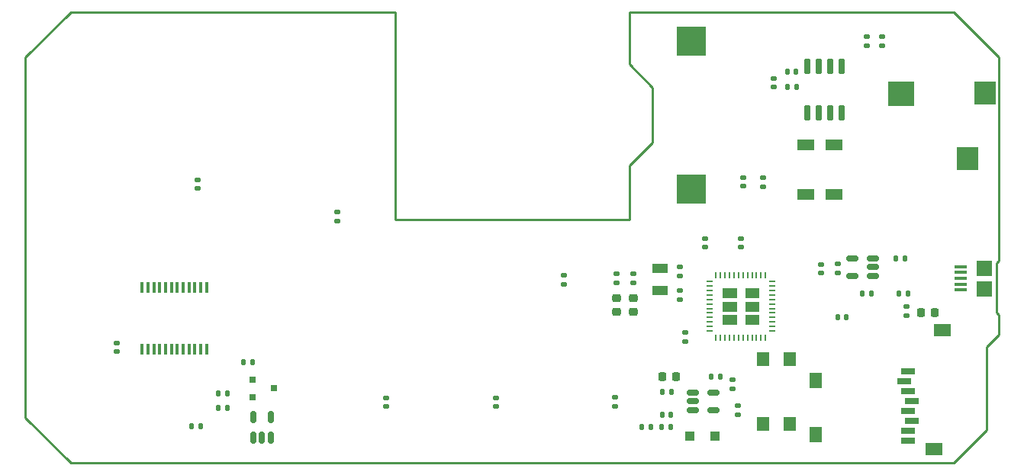
<source format=gbr>
%TF.GenerationSoftware,KiCad,Pcbnew,9.0.0*%
%TF.CreationDate,2025-04-22T12:37:31+01:00*%
%TF.ProjectId,FED3_v7.3,46454433-5f76-4372-9e33-2e6b69636164,rev?*%
%TF.SameCoordinates,Original*%
%TF.FileFunction,Paste,Top*%
%TF.FilePolarity,Positive*%
%FSLAX46Y46*%
G04 Gerber Fmt 4.6, Leading zero omitted, Abs format (unit mm)*
G04 Created by KiCad (PCBNEW 9.0.0) date 2025-04-22 12:37:31*
%MOMM*%
%LPD*%
G01*
G04 APERTURE LIST*
G04 Aperture macros list*
%AMRoundRect*
0 Rectangle with rounded corners*
0 $1 Rounding radius*
0 $2 $3 $4 $5 $6 $7 $8 $9 X,Y pos of 4 corners*
0 Add a 4 corners polygon primitive as box body*
4,1,4,$2,$3,$4,$5,$6,$7,$8,$9,$2,$3,0*
0 Add four circle primitives for the rounded corners*
1,1,$1+$1,$2,$3*
1,1,$1+$1,$4,$5*
1,1,$1+$1,$6,$7*
1,1,$1+$1,$8,$9*
0 Add four rect primitives between the rounded corners*
20,1,$1+$1,$2,$3,$4,$5,0*
20,1,$1+$1,$4,$5,$6,$7,0*
20,1,$1+$1,$6,$7,$8,$9,0*
20,1,$1+$1,$8,$9,$2,$3,0*%
G04 Aperture macros list end*
%ADD10C,0.100000*%
%ADD11R,1.400000X1.600000*%
%ADD12RoundRect,0.135000X-0.135000X-0.185000X0.135000X-0.185000X0.135000X0.185000X-0.135000X0.185000X0*%
%ADD13RoundRect,0.140000X-0.170000X0.140000X-0.170000X-0.140000X0.170000X-0.140000X0.170000X0.140000X0*%
%ADD14RoundRect,0.140000X0.170000X-0.140000X0.170000X0.140000X-0.170000X0.140000X-0.170000X-0.140000X0*%
%ADD15R,1.800000X1.000000*%
%ADD16RoundRect,0.135000X0.135000X0.185000X-0.135000X0.185000X-0.135000X-0.185000X0.135000X-0.185000X0*%
%ADD17RoundRect,0.140000X0.140000X0.170000X-0.140000X0.170000X-0.140000X-0.170000X0.140000X-0.170000X0*%
%ADD18R,3.200000X3.200000*%
%ADD19RoundRect,0.218750X0.218750X0.256250X-0.218750X0.256250X-0.218750X-0.256250X0.218750X-0.256250X0*%
%ADD20RoundRect,0.218750X-0.256250X0.218750X-0.256250X-0.218750X0.256250X-0.218750X0.256250X0.218750X0*%
%ADD21RoundRect,0.135000X0.185000X-0.135000X0.185000X0.135000X-0.185000X0.135000X-0.185000X-0.135000X0*%
%ADD22R,0.800000X0.700000*%
%ADD23R,0.400000X1.200000*%
%ADD24RoundRect,0.150000X-0.512500X-0.150000X0.512500X-0.150000X0.512500X0.150000X-0.512500X0.150000X0*%
%ADD25R,1.900000X1.300000*%
%ADD26RoundRect,0.150000X0.150000X-0.512500X0.150000X0.512500X-0.150000X0.512500X-0.150000X-0.512500X0*%
%ADD27R,1.500000X0.700000*%
%ADD28R,1.400000X1.800000*%
%ADD29R,1.900000X1.400000*%
%ADD30RoundRect,0.150000X0.150000X-0.725000X0.150000X0.725000X-0.150000X0.725000X-0.150000X-0.725000X0*%
%ADD31R,0.750000X0.250000*%
%ADD32R,0.250000X0.750000*%
%ADD33RoundRect,0.135000X-0.185000X0.135000X-0.185000X-0.135000X0.185000X-0.135000X0.185000X0.135000X0*%
%ADD34RoundRect,0.140000X-0.140000X-0.170000X0.140000X-0.170000X0.140000X0.170000X-0.140000X0.170000X0*%
%ADD35R,1.350000X0.400000*%
%ADD36R,1.800000X1.800000*%
%ADD37RoundRect,0.250000X0.300000X0.300000X-0.300000X0.300000X-0.300000X-0.300000X0.300000X-0.300000X0*%
%ADD38R,2.400000X2.550000*%
%ADD39R,2.900000X2.750000*%
%ADD40RoundRect,0.150000X0.512500X0.150000X-0.512500X0.150000X-0.512500X-0.150000X0.512500X-0.150000X0*%
%ADD41RoundRect,0.218750X-0.218750X-0.256250X0.218750X-0.256250X0.218750X0.256250X-0.218750X0.256250X0*%
%TA.AperFunction,Profile*%
%ADD42C,0.250000*%
%TD*%
G04 APERTURE END LIST*
D10*
%TO.C,U1*%
X173365000Y-111640000D02*
X171865000Y-111640000D01*
X171865000Y-110640000D01*
X173365000Y-110640000D01*
X173365000Y-111640000D01*
G36*
X173365000Y-111640000D02*
G01*
X171865000Y-111640000D01*
X171865000Y-110640000D01*
X173365000Y-110640000D01*
X173365000Y-111640000D01*
G37*
X173365000Y-113140000D02*
X171865000Y-113140000D01*
X171865000Y-112140000D01*
X173365000Y-112140000D01*
X173365000Y-113140000D01*
G36*
X173365000Y-113140000D02*
G01*
X171865000Y-113140000D01*
X171865000Y-112140000D01*
X173365000Y-112140000D01*
X173365000Y-113140000D01*
G37*
X173365000Y-114640000D02*
X171865000Y-114640000D01*
X171865000Y-113640000D01*
X173365000Y-113640000D01*
X173365000Y-114640000D01*
G36*
X173365000Y-114640000D02*
G01*
X171865000Y-114640000D01*
X171865000Y-113640000D01*
X173365000Y-113640000D01*
X173365000Y-114640000D01*
G37*
X175865000Y-111640000D02*
X174365000Y-111640000D01*
X174365000Y-110640000D01*
X175865000Y-110640000D01*
X175865000Y-111640000D01*
G36*
X175865000Y-111640000D02*
G01*
X174365000Y-111640000D01*
X174365000Y-110640000D01*
X175865000Y-110640000D01*
X175865000Y-111640000D01*
G37*
X175865000Y-113140000D02*
X174365000Y-113140000D01*
X174365000Y-112140000D01*
X175865000Y-112140000D01*
X175865000Y-113140000D01*
G36*
X175865000Y-113140000D02*
G01*
X174365000Y-113140000D01*
X174365000Y-112140000D01*
X175865000Y-112140000D01*
X175865000Y-113140000D01*
G37*
X175865000Y-114640000D02*
X174365000Y-114640000D01*
X174365000Y-113640000D01*
X175865000Y-113640000D01*
X175865000Y-114640000D01*
G36*
X175865000Y-114640000D02*
G01*
X174365000Y-114640000D01*
X174365000Y-113640000D01*
X175865000Y-113640000D01*
X175865000Y-114640000D01*
G37*
%TD*%
D11*
%TO.C,SW2*%
X179300000Y-118525000D03*
X179300000Y-125725000D03*
X176300000Y-118525000D03*
X176300000Y-125725000D03*
%TD*%
D12*
%TO.C,R16*%
X165065168Y-126050000D03*
X166085168Y-126050000D03*
%TD*%
D13*
%TO.C,C18*%
X167125000Y-110910000D03*
X167125000Y-111870000D03*
%TD*%
D14*
%TO.C,C17*%
X167115000Y-109255000D03*
X167115000Y-108295000D03*
%TD*%
D12*
%TO.C,R10*%
X165140000Y-122150000D03*
X166160000Y-122150000D03*
%TD*%
D15*
%TO.C,X2*%
X164885000Y-108435000D03*
X164885000Y-110935000D03*
%TD*%
D12*
%TO.C,R6*%
X179010000Y-88300000D03*
X180030000Y-88300000D03*
%TD*%
D16*
%TO.C,R14*%
X171610000Y-120450000D03*
X170590000Y-120450000D03*
%TD*%
D14*
%TO.C,C10*%
X174155500Y-99292400D03*
X174155500Y-98332400D03*
%TD*%
D16*
%TO.C,R17*%
X163887668Y-126050000D03*
X162867668Y-126050000D03*
%TD*%
D17*
%TO.C,C1*%
X179980000Y-86600000D03*
X179020000Y-86600000D03*
%TD*%
D18*
%TO.C,B1*%
X168415100Y-83170200D03*
X168415100Y-99621000D03*
%TD*%
D19*
%TO.C,L2*%
X195422500Y-113360000D03*
X193847500Y-113360000D03*
%TD*%
D16*
%TO.C,R18*%
X192385000Y-111200000D03*
X191365000Y-111200000D03*
%TD*%
D20*
%TO.C,L1*%
X161940000Y-111732500D03*
X161940000Y-113307500D03*
%TD*%
D21*
%TO.C,R5*%
X189530000Y-83760000D03*
X189530000Y-82740000D03*
%TD*%
D14*
%TO.C,C8*%
X134500000Y-123780000D03*
X134500000Y-122820000D03*
%TD*%
D22*
%TO.C,Q2*%
X119700000Y-120812500D03*
X119700000Y-122712500D03*
X122100000Y-121762500D03*
%TD*%
D14*
%TO.C,C6*%
X159950000Y-123730000D03*
X159950000Y-122770000D03*
%TD*%
D13*
%TO.C,C3*%
X104600000Y-116720000D03*
X104600000Y-117680000D03*
%TD*%
D21*
%TO.C,R12*%
X167670000Y-116535000D03*
X167670000Y-115515000D03*
%TD*%
D23*
%TO.C,IC2*%
X114586100Y-110581600D03*
X113936100Y-110581600D03*
X113286100Y-110581600D03*
X112636100Y-110581600D03*
X111986100Y-110581600D03*
X111336100Y-110581600D03*
X110686100Y-110581600D03*
X110036100Y-110581600D03*
X109386100Y-110581600D03*
X108736100Y-110581600D03*
X108086100Y-110581600D03*
X107436100Y-110581600D03*
X107436100Y-117421600D03*
X108086100Y-117421600D03*
X108736100Y-117421600D03*
X109386100Y-117421600D03*
X110036100Y-117421600D03*
X110686100Y-117421600D03*
X111336100Y-117421600D03*
X111986100Y-117421600D03*
X112636100Y-117421600D03*
X113286100Y-117421600D03*
X113936100Y-117421600D03*
X114586100Y-117421600D03*
%TD*%
D24*
%TO.C,U3*%
X168525168Y-122257836D03*
X168525168Y-123207836D03*
X168525168Y-124157836D03*
X170800168Y-124157836D03*
X170800168Y-122257836D03*
%TD*%
D25*
%TO.C,X1*%
X181039100Y-94741600D03*
X181039100Y-100241600D03*
X184239100Y-100241600D03*
X184239100Y-94741600D03*
%TD*%
D12*
%TO.C,R8*%
X115890000Y-122300000D03*
X116910000Y-122300000D03*
%TD*%
D26*
%TO.C,IC1*%
X119800000Y-127237500D03*
X120750000Y-127237500D03*
X121700000Y-127237500D03*
X121700000Y-124962500D03*
X119800000Y-124962500D03*
%TD*%
D14*
%TO.C,C19*%
X173895000Y-106070000D03*
X173895000Y-105110000D03*
%TD*%
D27*
%TO.C,X4*%
X192410000Y-119900000D03*
X192010000Y-121000000D03*
X192410000Y-122100000D03*
X192810000Y-123200000D03*
X192410000Y-124300000D03*
X192810000Y-125400000D03*
X192410000Y-126500000D03*
X192410000Y-127600000D03*
D28*
X182210000Y-126900000D03*
X182210000Y-120900000D03*
D29*
X195310000Y-128500000D03*
X196210000Y-115300000D03*
%TD*%
D21*
%TO.C,R15*%
X160080000Y-110030000D03*
X160080000Y-109010000D03*
%TD*%
D16*
%TO.C,R11*%
X192110000Y-107350000D03*
X191090000Y-107350000D03*
%TD*%
D20*
%TO.C,L0*%
X160050000Y-111732500D03*
X160050000Y-113307500D03*
%TD*%
D30*
%TO.C,IC4*%
X181242100Y-91176600D03*
X182512100Y-91176600D03*
X183782100Y-91176600D03*
X185052100Y-91176600D03*
X185052100Y-86026600D03*
X183782100Y-86026600D03*
X182512100Y-86026600D03*
X181242100Y-86026600D03*
%TD*%
D14*
%TO.C,C15*%
X184600000Y-108930000D03*
X184600000Y-107970000D03*
%TD*%
%TO.C,C7*%
X146700000Y-123780000D03*
X146700000Y-122820000D03*
%TD*%
D17*
%TO.C,C4*%
X113905000Y-125950000D03*
X112945000Y-125950000D03*
%TD*%
D14*
%TO.C,C12*%
X169895000Y-106070000D03*
X169895000Y-105110000D03*
%TD*%
D21*
%TO.C,R13*%
X161940000Y-110030000D03*
X161940000Y-109010000D03*
%TD*%
D31*
%TO.C,U1*%
X170390000Y-109890000D03*
X170390000Y-110390000D03*
X170390000Y-110890000D03*
X170390000Y-111390000D03*
X170390000Y-111890000D03*
X170390000Y-112390000D03*
X170390000Y-112890000D03*
X170390000Y-113390000D03*
X170390000Y-113890000D03*
X170390000Y-114390000D03*
X170390000Y-114890000D03*
X170390000Y-115390000D03*
D32*
X171115000Y-116115000D03*
X171615000Y-116115000D03*
X172115000Y-116115000D03*
X172615000Y-116115000D03*
X173115000Y-116115000D03*
X173615000Y-116115000D03*
X174115000Y-116115000D03*
X174615000Y-116115000D03*
X175115000Y-116115000D03*
X175615000Y-116115000D03*
X176115000Y-116115000D03*
X176615000Y-116115000D03*
D31*
X177340000Y-115390000D03*
X177340000Y-114890000D03*
X177340000Y-114390000D03*
X177340000Y-113890000D03*
X177340000Y-113390000D03*
X177340000Y-112890000D03*
X177340000Y-112390000D03*
X177340000Y-111890000D03*
X177340000Y-111390000D03*
X177340000Y-110890000D03*
X177340000Y-110390000D03*
X177340000Y-109890000D03*
D32*
X176615000Y-109165000D03*
X176115000Y-109165000D03*
X175615000Y-109165000D03*
X175115000Y-109165000D03*
X174615000Y-109165000D03*
X174115000Y-109165000D03*
X173615000Y-109165000D03*
X173115000Y-109165000D03*
X172615000Y-109165000D03*
X172115000Y-109165000D03*
X171615000Y-109165000D03*
X171115000Y-109165000D03*
%TD*%
D14*
%TO.C,C2*%
X177500000Y-88280000D03*
X177500000Y-87320000D03*
%TD*%
D33*
%TO.C,R19*%
X192230000Y-112680000D03*
X192230000Y-113700000D03*
%TD*%
D34*
%TO.C,C14*%
X184620000Y-113850000D03*
X185580000Y-113850000D03*
%TD*%
D14*
%TO.C,C13*%
X182800000Y-108980000D03*
X182800000Y-108020000D03*
%TD*%
D33*
%TO.C,R4*%
X187810000Y-82740000D03*
X187810000Y-83760000D03*
%TD*%
D35*
%TO.C,USB0*%
X198225000Y-110850000D03*
X198225000Y-110200000D03*
X198225000Y-109550000D03*
X198225000Y-108900000D03*
X198225000Y-108250000D03*
D36*
X200900000Y-110700000D03*
X200900000Y-108400000D03*
%TD*%
D12*
%TO.C,R9*%
X118680000Y-118870000D03*
X119700000Y-118870000D03*
%TD*%
D37*
%TO.C,D2*%
X170988968Y-127107836D03*
X168188968Y-127107836D03*
%TD*%
D21*
%TO.C,R1*%
X129100000Y-103210000D03*
X129100000Y-102190000D03*
%TD*%
%TO.C,R3*%
X176309100Y-99353600D03*
X176309100Y-98333600D03*
%TD*%
D17*
%TO.C,C11*%
X188330000Y-111200000D03*
X187370000Y-111200000D03*
%TD*%
D21*
%TO.C,R20*%
X172950000Y-121810000D03*
X172950000Y-120790000D03*
%TD*%
D17*
%TO.C,C16*%
X166095168Y-124700000D03*
X165135168Y-124700000D03*
%TD*%
D13*
%TO.C,C5*%
X173500000Y-123720000D03*
X173500000Y-124680000D03*
%TD*%
D21*
%TO.C,R2*%
X154200000Y-110210000D03*
X154200000Y-109190000D03*
%TD*%
D13*
%TO.C,C9*%
X113600000Y-98620000D03*
X113600000Y-99580000D03*
%TD*%
D16*
%TO.C,R7*%
X116910000Y-123900000D03*
X115890000Y-123900000D03*
%TD*%
D38*
%TO.C,EXT0*%
X199044300Y-96289800D03*
D39*
X191644300Y-89039800D03*
D38*
X200944300Y-88939800D03*
%TD*%
D40*
%TO.C,U2*%
X188537500Y-109250000D03*
X188537500Y-108300000D03*
X188537500Y-107350000D03*
X186262500Y-107350000D03*
X186262500Y-109250000D03*
%TD*%
D41*
%TO.C,CHG0*%
X165137500Y-120475000D03*
X166712500Y-120475000D03*
%TD*%
D42*
X201101100Y-126403600D02*
X201101100Y-117203600D01*
X161501100Y-103003600D02*
X135501100Y-103003600D01*
X161501100Y-80003600D02*
X161501100Y-85751600D01*
X161501100Y-85751600D02*
X164097100Y-88347600D01*
X99501100Y-80003600D02*
X94501100Y-85003600D01*
X202221100Y-107883600D02*
X202501100Y-107603600D01*
X202501100Y-85003600D02*
X197501100Y-80003600D01*
X202221100Y-113323600D02*
X202221100Y-107883600D01*
X202501100Y-107603600D02*
X202501100Y-85003600D01*
X161501100Y-96983600D02*
X161501100Y-103003600D01*
X202501100Y-113603600D02*
X202221100Y-113323600D01*
X135501100Y-103003600D02*
X135501100Y-80003600D01*
X94501100Y-125003600D02*
X99501100Y-130003600D01*
X164097100Y-88347600D02*
X164097100Y-94443600D01*
X197501100Y-130003600D02*
X201101100Y-126403600D01*
X197501100Y-80003600D02*
X161501100Y-80003600D01*
X202501100Y-115803600D02*
X202501100Y-113603600D01*
X94501100Y-85003600D02*
X94501100Y-125003600D01*
X99501100Y-130003600D02*
X197501100Y-130003600D01*
X164097100Y-94443600D02*
X161501100Y-96983600D01*
X201101100Y-117203600D02*
X202501100Y-115803600D01*
X135501100Y-80003600D02*
X99501100Y-80003600D01*
M02*

</source>
